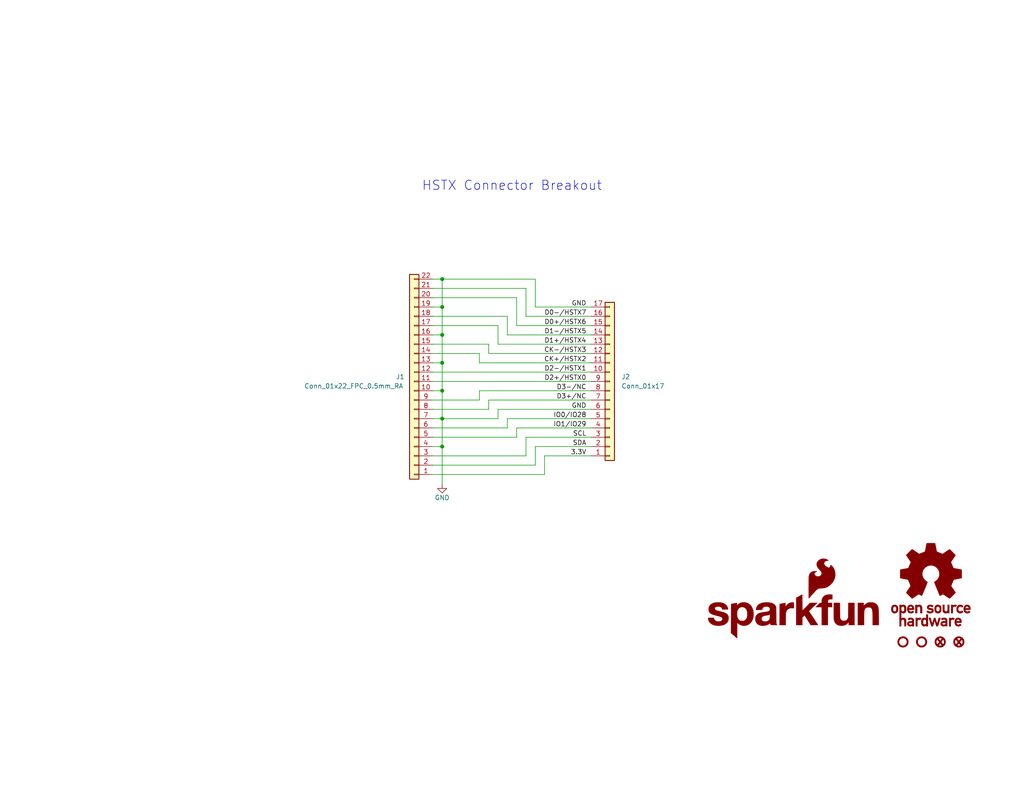
<source format=kicad_sch>
(kicad_sch (version 20231120) (generator "eeschema") (generator_version "8.0")
  (paper "USLetter")
  (title_block (title "SparkFun HSTX PTH Breakout") (date "2025-03-03") (rev "v10") (company "SparkFun Electronics") (comment 1 "Designed by: Alex Brudner"))
  (lib_symbols
    (symbol "SparkFun-Aesthetic:Fiducial_0.5mm"
      (symbol "Fiducial_0.5mm_1_1"
        (text "x" (at 0 0.254 0) (effects (font (size 2.5 2.5) (bold yes))))
      )
    )
    (symbol "SparkFun-Aesthetic:OSHW_Logo" (pin_names (offset 1.016)) (in_bom no))
    (symbol "SparkFun-Aesthetic:SparkFun_Logo" (pin_names (offset 1.016)) (on_board no))
    (symbol "SparkFun-Connector:Conn_01x17" (pin_names (offset 1.016) hide)
      (property "Reference" "J" (at 0 22.86 0))
      (property "Value" "Conn_01x17" (at 0 -22.86 0))
      (symbol "Conn_01x17_1_1"
        (pin passive line (at -5.08 20.32 0) (length 3.81) (name "Pin_1") (number "1"))
        (pin passive line (at -5.08 -2.54 0) (length 3.81) (name "Pin_10") (number "10"))
        (pin passive line (at -5.08 -5.08 0) (length 3.81) (name "Pin_11") (number "11"))
        (pin passive line (at -5.08 -7.62 0) (length 3.81) (name "Pin_12") (number "12"))
        (pin passive line (at -5.08 -10.16 0) (length 3.81) (name "Pin_13") (number "13"))
        (pin passive line (at -5.08 -12.7 0) (length 3.81) (name "Pin_14") (number "14"))
        (pin passive line (at -5.08 -15.24 0) (length 3.81) (name "Pin_15") (number "15"))
        (pin passive line (at -5.08 -17.78 0) (length 3.81) (name "Pin_16") (number "16"))
        (pin passive line (at -5.08 -20.32 0) (length 3.81) (name "Pin_17") (number "17"))
        (pin passive line (at -5.08 17.78 0) (length 3.81) (name "Pin_2") (number "2"))
        (pin passive line (at -5.08 15.24 0) (length 3.81) (name "Pin_3") (number "3"))
        (pin passive line (at -5.08 12.7 0) (length 3.81) (name "Pin_4") (number "4"))
        (pin passive line (at -5.08 10.16 0) (length 3.81) (name "Pin_5") (number "5"))
        (pin passive line (at -5.08 7.62 0) (length 3.81) (name "Pin_6") (number "6"))
        (pin passive line (at -5.08 5.08 0) (length 3.81) (name "Pin_7") (number "7"))
        (pin passive line (at -5.08 2.54 0) (length 3.81) (name "Pin_8") (number "8"))
        (pin passive line (at -5.08 0 0) (length 3.81) (name "Pin_9") (number "9"))
      )
    )
    (symbol "SparkFun-Connector:Conn_01x22_FPC_0.5mm_RA" (pin_names (offset 1.016) hide)
      (property "Reference" "J" (at 0 27.94 0))
      (property "Value" "Conn_01x22_FPC_0.5mm_RA" (at 0 -30.48 0))
      (symbol "Conn_01x22_FPC_0.5mm_RA_1_1"
        (pin passive line (at -5.08 25.4 0) (length 3.81) (name "Pin_1") (number "1"))
        (pin passive line (at -5.08 2.54 0) (length 3.81) (name "Pin_10") (number "10"))
        (pin passive line (at -5.08 0 0) (length 3.81) (name "Pin_11") (number "11"))
        (pin passive line (at -5.08 -2.54 0) (length 3.81) (name "Pin_12") (number "12"))
        (pin passive line (at -5.08 -5.08 0) (length 3.81) (name "Pin_13") (number "13"))
        (pin passive line (at -5.08 -7.62 0) (length 3.81) (name "Pin_14") (number "14"))
        (pin passive line (at -5.08 -10.16 0) (length 3.81) (name "Pin_15") (number "15"))
        (pin passive line (at -5.08 -12.7 0) (length 3.81) (name "Pin_16") (number "16"))
        (pin passive line (at -5.08 -15.24 0) (length 3.81) (name "Pin_17") (number "17"))
        (pin passive line (at -5.08 -17.78 0) (length 3.81) (name "Pin_18") (number "18"))
        (pin passive line (at -5.08 -20.32 0) (length 3.81) (name "Pin_19") (number "19"))
        (pin passive line (at -5.08 22.86 0) (length 3.81) (name "Pin_2") (number "2"))
        (pin passive line (at -5.08 -22.86 0) (length 3.81) (name "Pin_20") (number "20"))
        (pin passive line (at -5.08 -25.4 0) (length 3.81) (name "Pin_21") (number "21"))
        (pin passive line (at -5.08 -27.94 0) (length 3.81) (name "Pin_22") (number "22"))
        (pin passive line (at -5.08 20.32 0) (length 3.81) (name "Pin_3") (number "3"))
        (pin passive line (at -5.08 17.78 0) (length 3.81) (name "Pin_4") (number "4"))
        (pin passive line (at -5.08 15.24 0) (length 3.81) (name "Pin_5") (number "5"))
        (pin passive line (at -5.08 12.7 0) (length 3.81) (name "Pin_6") (number "6"))
        (pin passive line (at -5.08 10.16 0) (length 3.81) (name "Pin_7") (number "7"))
        (pin passive line (at -5.08 7.62 0) (length 3.81) (name "Pin_8") (number "8"))
        (pin passive line (at -5.08 5.08 0) (length 3.81) (name "Pin_9") (number "9"))
      )
    )
    (symbol "SparkFun-Hardware:Standoff")
    (symbol "SparkFun-PowerSymbol:GND" (power) (pin_names (offset 0))
      (property "Value" "GND" (at 0 -3.81 0))
      (symbol "GND_1_1"
        (pin power_in line (at 0 0 270) (length 0) hide (name "GND") (number "1"))
      )
    )
  )
  (junction (at 120.65 99.06))
  (junction (at 120.65 76.2))
  (junction (at 120.65 106.68))
  (junction (at 120.65 121.92))
  (junction (at 120.65 91.44))
  (junction (at 120.65 114.3))
  (junction (at 120.65 83.82))
  (wire (pts (xy 143.51 124.46) (xy 143.51 119.38)))
  (wire (pts (xy 118.11 88.9) (xy 135.89 88.9)))
  (wire (pts (xy 143.51 78.74) (xy 143.51 86.36)))
  (wire (pts (xy 146.05 121.92) (xy 161.29 121.92)))
  (wire (pts (xy 135.89 93.98) (xy 161.29 93.98)))
  (wire (pts (xy 118.11 121.92) (xy 120.65 121.92)))
  (wire (pts (xy 120.65 91.44) (xy 120.65 99.06)))
  (wire (pts (xy 120.65 76.2) (xy 120.65 83.82)))
  (wire (pts (xy 138.43 91.44) (xy 161.29 91.44)))
  (wire (pts (xy 140.97 119.38) (xy 140.97 116.84)))
  (wire (pts (xy 133.35 109.22) (xy 161.29 109.22)))
  (wire (pts (xy 120.65 76.2) (xy 146.05 76.2)))
  (wire (pts (xy 118.11 116.84) (xy 138.43 116.84)))
  (wire (pts (xy 148.59 129.54) (xy 148.59 124.46)))
  (wire (pts (xy 118.11 109.22) (xy 130.81 109.22)))
  (wire (pts (xy 118.11 124.46) (xy 143.51 124.46)))
  (wire (pts (xy 118.11 76.2) (xy 120.65 76.2)))
  (wire (pts (xy 118.11 86.36) (xy 138.43 86.36)))
  (wire (pts (xy 138.43 114.3) (xy 161.29 114.3)))
  (wire (pts (xy 130.81 106.68) (xy 130.81 109.22)))
  (wire (pts (xy 118.11 99.06) (xy 120.65 99.06)))
  (wire (pts (xy 118.11 83.82) (xy 120.65 83.82)))
  (wire (pts (xy 118.11 104.14) (xy 161.29 104.14)))
  (wire (pts (xy 143.51 86.36) (xy 161.29 86.36)))
  (wire (pts (xy 146.05 83.82) (xy 161.29 83.82)))
  (wire (pts (xy 133.35 111.76) (xy 133.35 109.22)))
  (wire (pts (xy 138.43 116.84) (xy 138.43 114.3)))
  (wire (pts (xy 148.59 124.46) (xy 161.29 124.46)))
  (wire (pts (xy 135.89 111.76) (xy 161.29 111.76)))
  (wire (pts (xy 118.11 129.54) (xy 148.59 129.54)))
  (wire (pts (xy 130.81 99.06) (xy 161.29 99.06)))
  (wire (pts (xy 118.11 101.6) (xy 161.29 101.6)))
  (wire (pts (xy 146.05 76.2) (xy 146.05 83.82)))
  (wire (pts (xy 120.65 106.68) (xy 120.65 114.3)))
  (wire (pts (xy 140.97 81.28) (xy 140.97 88.9)))
  (wire (pts (xy 118.11 91.44) (xy 120.65 91.44)))
  (wire (pts (xy 118.11 114.3) (xy 120.65 114.3)))
  (wire (pts (xy 120.65 99.06) (xy 120.65 106.68)))
  (wire (pts (xy 120.65 121.92) (xy 120.65 132.08)))
  (wire (pts (xy 140.97 116.84) (xy 161.29 116.84)))
  (wire (pts (xy 130.81 106.68) (xy 161.29 106.68)))
  (wire (pts (xy 120.65 83.82) (xy 120.65 91.44)))
  (wire (pts (xy 133.35 96.52) (xy 161.29 96.52)))
  (wire (pts (xy 143.51 119.38) (xy 161.29 119.38)))
  (wire (pts (xy 146.05 127) (xy 146.05 121.92)))
  (wire (pts (xy 118.11 119.38) (xy 140.97 119.38)))
  (wire (pts (xy 118.11 96.52) (xy 130.81 96.52)))
  (wire (pts (xy 118.11 78.74) (xy 143.51 78.74)))
  (wire (pts (xy 118.11 106.68) (xy 120.65 106.68)))
  (wire (pts (xy 118.11 93.98) (xy 133.35 93.98)))
  (wire (pts (xy 135.89 88.9) (xy 135.89 93.98)))
  (wire (pts (xy 118.11 81.28) (xy 140.97 81.28)))
  (wire (pts (xy 133.35 93.98) (xy 133.35 96.52)))
  (wire (pts (xy 140.97 88.9) (xy 161.29 88.9)))
  (wire (pts (xy 138.43 86.36) (xy 138.43 91.44)))
  (wire (pts (xy 120.65 114.3) (xy 135.89 114.3)))
  (wire (pts (xy 130.81 96.52) (xy 130.81 99.06)))
  (wire (pts (xy 118.11 111.76) (xy 133.35 111.76)))
  (wire (pts (xy 118.11 127) (xy 146.05 127)))
  (wire (pts (xy 120.65 114.3) (xy 120.65 121.92)))
  (wire (pts (xy 135.89 114.3) (xy 135.89 111.76)))
  (text "HSTX Connector Breakout" (at 139.7 50.8 0) (effects (font (size 2.54 2.54))))
  (label "GND" (at 160.02 111.76 180))
  (label "IO1{slash}IO29" (at 160.02 116.84 180))
  (label "D1+{slash}HSTX4" (at 160.02 93.98 180))
  (label "CK+{slash}HSTX2" (at 160.02 99.06 180))
  (label "SDA" (at 160.02 121.92 180))
  (label "D2+{slash}HSTX0" (at 160.02 104.14 180))
  (label "D2-{slash}HSTX1" (at 160.02 101.6 180))
  (label "D0-{slash}HSTX7" (at 160.02 86.36 180))
  (label "GND" (at 160.02 83.82 180))
  (label "D1-{slash}HSTX5" (at 160.02 91.44 180))
  (label "D0+{slash}HSTX6" (at 160.02 88.9 180))
  (label "IO0{slash}IO28" (at 160.02 114.3 180))
  (label "CK-{slash}HSTX3" (at 160.02 96.52 180))
  (label "D3-{slash}NC" (at 160.02 106.68 180))
  (label "3.3V" (at 160.02 124.46 180))
  (label "SCL" (at 160.02 119.38 180))
  (label "D3+{slash}NC" (at 160.02 109.22 180))
  (symbol (lib_id "SparkFun-Hardware:Standoff") (at 251.46 175.26 0) (unit 1)
    (property "Reference" "ST1" (effects (hide yes)))
    (property "Value" "Standoff" (effects (hide yes)))
    (property "Footprint" "SparkFun-Hardware:Standoff" (effects (hide yes)))
    (property "Description" "Drill holes for mechanically mounting via screws, standoffs, etc." (effects (hide yes)))
  )
  (symbol (lib_id "SparkFun-Aesthetic:Fiducial_0.5mm") (at 256.54 175.26 0) (unit 1)
    (property "Reference" "FID2" (effects (hide yes)))
    (property "Value" "Fiducial_0.5mm" (effects (hide yes)))
    (property "Footprint" "SparkFun-Aesthetic:Fiducial_0.5mm_Mask1mm" (effects (hide yes)))
    (property "Description" "Fiducial Marker" (effects (hide yes)))
  )
  (symbol (lib_id "SparkFun-Connector:Conn_01x17") (at 166.37 104.14 0) (mirror x) (unit 1)
    (property "Reference" "J2" (at 169.545 102.8699 0) (effects (justify left)))
    (property "Value" "Conn_01x17" (at 169.545 105.41 0) (effects (justify left)))
    (property "Footprint" "SparkFun-Connector:1x17" (effects (hide yes)))
    (property "Description" "Basic 0.1\" PTH" (effects (hide yes)))
  )
  (symbol (lib_id "SparkFun-Aesthetic:Fiducial_0.5mm") (at 261.62 175.26 0) (unit 1)
    (property "Reference" "FID1" (effects (hide yes)))
    (property "Value" "Fiducial_0.5mm" (effects (hide yes)))
    (property "Footprint" "SparkFun-Aesthetic:Fiducial_0.5mm_Mask1mm" (effects (hide yes)))
    (property "Description" "Fiducial Marker" (effects (hide yes)))
  )
  (symbol (lib_id "SparkFun-Aesthetic:OSHW_Logo") (at 254 163.83 0) (unit 1) (in_bom no)
    (property "Reference" "G2" (effects (hide yes)))
    (property "Value" "OSHW_Logo" (effects (hide yes)))
    (property "Footprint" "SparkFun-Aesthetic:Creative_Commons_License" (effects (hide yes)))
  )
  (symbol (lib_id "SparkFun-Aesthetic:SparkFun_Logo") (at 215.9 167.64 0) (unit 1) (on_board no)
    (property "Reference" "G1" (effects (hide yes)))
    (property "Value" "SparkFun_Logo" (effects (hide yes)))
  )
  (symbol (lib_id "SparkFun-PowerSymbol:GND") (at 120.65 132.08 0) (unit 1)
    (property "Reference" "#PWR01" (effects (hide yes)))
    (property "Value" "GND" (at 120.65 135.89 0))
    (property "Description" "Power symbol creates a global label with name \"GND\" , ground" (effects (hide yes)))
  )
  (symbol (lib_id "SparkFun-Connector:Conn_01x22_FPC_0.5mm_RA") (at 113.03 104.14 180) (unit 1)
    (property "Reference" "J1" (at 109.22 102.87 0))
    (property "Value" "Conn_01x22_FPC_0.5mm_RA" (at 96.52 105.41 0))
    (property "Footprint" "SparkFun-Connector:FPC_0.5mm-22_RA" (effects (hide yes)))
    (property "Datasheet" "https://www.lcsc.com/datasheet/lcsc_datasheet_2304140030_JUSHUO-AFC01-S22FCA-00_C262668.pdf" (effects (hide yes)))
    (property "Description" "RA FPC connector" (effects (hide yes)))
    (property "PROD_ID" "CONN-25634" (effects (hide yes)))
  )
  (symbol (lib_id "SparkFun-Hardware:Standoff") (at 246.38 175.26 0) (unit 1)
    (property "Reference" "ST2" (effects (hide yes)))
    (property "Value" "Standoff" (effects (hide yes)))
    (property "Footprint" "SparkFun-Hardware:Standoff" (effects (hide yes)))
    (property "Description" "Drill holes for mechanically mounting via screws, standoffs, etc." (effects (hide yes)))
  )
)
</source>
